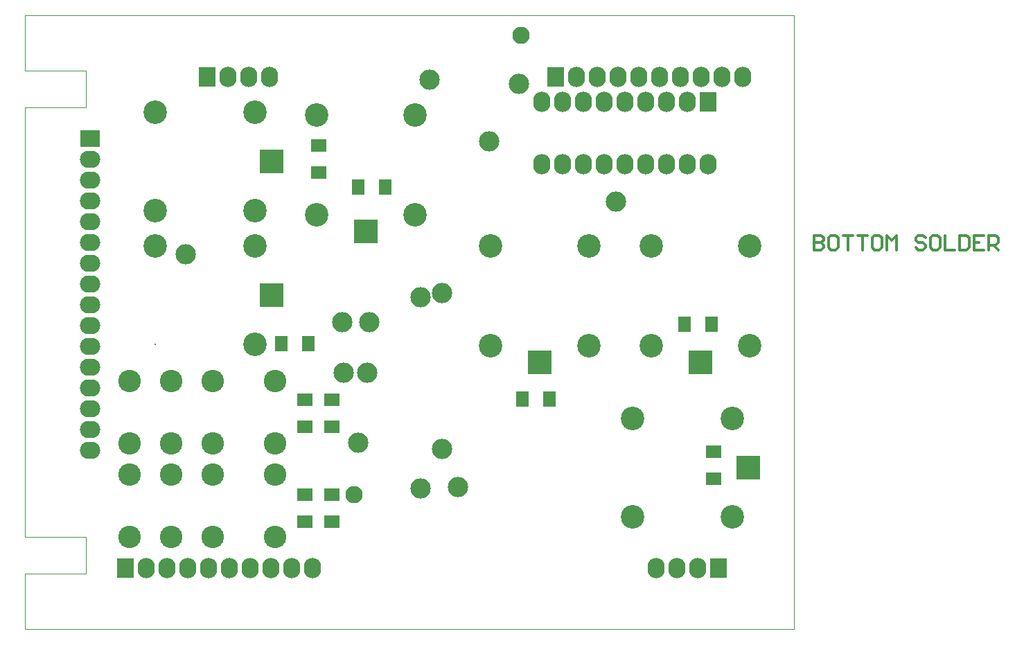
<source format=gbs>
%FSLAX25Y25*%
%MOIN*%
G70*
G01*
G75*
G04 Layer_Color=16711935*
%ADD10C,0.03200*%
%ADD11C,0.02400*%
%ADD12R,0.06693X0.06693*%
%ADD13R,0.06693X0.06693*%
%ADD14C,0.00400*%
%ADD15C,0.01200*%
%ADD16R,0.07500X0.09000*%
%ADD17O,0.07500X0.09000*%
%ADD18O,0.07500X0.09000*%
%ADD19R,0.07500X0.09000*%
%ADD20O,0.09000X0.07500*%
%ADD21R,0.09000X0.07500*%
%ADD22R,0.10500X0.10500*%
%ADD23C,0.10500*%
%ADD24R,0.10500X0.10500*%
%ADD25C,0.10000*%
%ADD26C,0.09000*%
%ADD27C,0.07500*%
%ADD28C,0.06000*%
%ADD29C,0.04000*%
%ADD30R,0.06693X0.05118*%
%ADD31R,0.05118X0.06693*%
%ADD32C,0.01400*%
%ADD33C,0.00600*%
%ADD34C,0.00800*%
%ADD35C,0.00787*%
%ADD36C,0.01600*%
%ADD37C,0.01000*%
%ADD38R,0.07493X0.07493*%
%ADD39R,0.07493X0.07493*%
%ADD40R,0.08300X0.09800*%
%ADD41O,0.08300X0.09800*%
%ADD42O,0.08300X0.09800*%
%ADD43R,0.08300X0.09800*%
%ADD44O,0.09800X0.08300*%
%ADD45R,0.09800X0.08300*%
%ADD46R,0.11300X0.11300*%
%ADD47C,0.11300*%
%ADD48C,0.00800*%
%ADD49R,0.11300X0.11300*%
%ADD50C,0.10800*%
%ADD51C,0.09800*%
%ADD52C,0.08300*%
%ADD53R,0.07493X0.05918*%
%ADD54R,0.05918X0.07493*%
D14*
X393701Y393701D02*
Y420276D01*
X423228D01*
Y437992D01*
X393701D02*
X423228D01*
X393701D02*
Y644685D01*
X423228D01*
Y662402D01*
X393701D02*
X423228D01*
X393701D02*
Y688976D01*
X393701Y688976D01*
X763779D01*
X763779Y688976D01*
Y393701D02*
Y688976D01*
X393701Y393701D02*
X763779D01*
D15*
X773404Y583271D02*
Y576273D01*
X776903D01*
X778069Y577439D01*
Y578606D01*
X776903Y579772D01*
X773404D01*
X776903D01*
X778069Y580938D01*
Y582105D01*
X776903Y583271D01*
X773404D01*
X783901D02*
X781568D01*
X780402Y582105D01*
Y577439D01*
X781568Y576273D01*
X783901D01*
X785067Y577439D01*
Y582105D01*
X783901Y583271D01*
X787399D02*
X792065D01*
X789732D01*
Y576273D01*
X794397Y583271D02*
X799062D01*
X796730D01*
Y576273D01*
X804894Y583271D02*
X802561D01*
X801395Y582105D01*
Y577439D01*
X802561Y576273D01*
X804894D01*
X806060Y577439D01*
Y582105D01*
X804894Y583271D01*
X808393Y576273D02*
Y583271D01*
X810725Y580938D01*
X813058Y583271D01*
Y576273D01*
X827053Y582105D02*
X825887Y583271D01*
X823554D01*
X822388Y582105D01*
Y580938D01*
X823554Y579772D01*
X825887D01*
X827053Y578606D01*
Y577439D01*
X825887Y576273D01*
X823554D01*
X822388Y577439D01*
X832885Y583271D02*
X830552D01*
X829386Y582105D01*
Y577439D01*
X830552Y576273D01*
X832885D01*
X834051Y577439D01*
Y582105D01*
X832885Y583271D01*
X836384D02*
Y576273D01*
X841049D01*
X843381Y583271D02*
Y576273D01*
X846880D01*
X848046Y577439D01*
Y582105D01*
X846880Y583271D01*
X843381D01*
X855044D02*
X850379D01*
Y576273D01*
X855044D01*
X850379Y579772D02*
X852712D01*
X857377Y576273D02*
Y583271D01*
X860876D01*
X862042Y582105D01*
Y579772D01*
X860876Y578606D01*
X857377D01*
X859709D02*
X862042Y576273D01*
D40*
X722500Y647500D02*
D03*
D41*
X712500D02*
D03*
X702500D02*
D03*
X692500D02*
D03*
X682500D02*
D03*
X672500D02*
D03*
X662500D02*
D03*
X652500D02*
D03*
X642500D02*
D03*
X722500Y617500D02*
D03*
X712500D02*
D03*
X702500D02*
D03*
X692500D02*
D03*
X682500D02*
D03*
X672500D02*
D03*
X662500D02*
D03*
X652500D02*
D03*
X642500D02*
D03*
D42*
X511339Y659449D02*
D03*
X501339D02*
D03*
X491339D02*
D03*
X697323Y423228D02*
D03*
X707323D02*
D03*
X717323D02*
D03*
X658976Y659449D02*
D03*
X678976D02*
D03*
X688976D02*
D03*
X698976D02*
D03*
X708976D02*
D03*
X718976D02*
D03*
X728976D02*
D03*
X738976D02*
D03*
X668976D02*
D03*
X452205Y423228D02*
D03*
X472205D02*
D03*
X482205D02*
D03*
X492205D02*
D03*
X502205D02*
D03*
X512205D02*
D03*
X522205D02*
D03*
X532205D02*
D03*
X462205D02*
D03*
D43*
X481339Y659449D02*
D03*
X727323Y423228D02*
D03*
X648976Y659449D02*
D03*
X442205Y423228D02*
D03*
D44*
X425197Y479921D02*
D03*
Y489921D02*
D03*
Y499921D02*
D03*
Y509921D02*
D03*
Y519921D02*
D03*
Y529921D02*
D03*
Y539921D02*
D03*
Y549921D02*
D03*
Y559921D02*
D03*
Y569921D02*
D03*
Y579921D02*
D03*
Y589921D02*
D03*
Y599921D02*
D03*
Y609921D02*
D03*
Y619921D02*
D03*
D45*
Y629921D02*
D03*
D46*
X741874Y471378D02*
D03*
X512374Y618878D02*
D03*
Y554378D02*
D03*
D47*
X734000Y495000D02*
D03*
Y447756D02*
D03*
X685968D02*
D03*
Y495000D02*
D03*
X456468Y642500D02*
D03*
Y595256D02*
D03*
X504500D02*
D03*
Y642500D02*
D03*
X456468Y578000D02*
D03*
X504500Y530756D02*
D03*
Y578000D02*
D03*
X742500Y578031D02*
D03*
X695256D02*
D03*
Y530000D02*
D03*
X742500D02*
D03*
X581500Y593000D02*
D03*
X534256D02*
D03*
Y641032D02*
D03*
X581500D02*
D03*
X665000Y578031D02*
D03*
X617756D02*
D03*
Y530000D02*
D03*
X665000D02*
D03*
D48*
X456468Y530756D02*
D03*
D49*
X718878Y522126D02*
D03*
X557878Y585126D02*
D03*
X641378Y522126D02*
D03*
D50*
X444000Y468000D02*
D03*
Y438000D02*
D03*
X464000D02*
D03*
Y468000D02*
D03*
X484000D02*
D03*
Y438000D02*
D03*
X514000Y468000D02*
D03*
Y438000D02*
D03*
X444000Y513000D02*
D03*
Y483000D02*
D03*
X464000D02*
D03*
Y513000D02*
D03*
X484000D02*
D03*
Y483000D02*
D03*
X514000Y513000D02*
D03*
Y483000D02*
D03*
D51*
X554000Y483500D02*
D03*
X559500Y541500D02*
D03*
X558500Y517000D02*
D03*
X471000Y574000D02*
D03*
X602000Y462000D02*
D03*
X584000Y461500D02*
D03*
Y553500D02*
D03*
X617000Y628500D02*
D03*
X588500Y658000D02*
D03*
X678000Y599500D02*
D03*
X594500Y555500D02*
D03*
X547000Y517000D02*
D03*
X546500Y541500D02*
D03*
X594500Y480500D02*
D03*
X631500Y656000D02*
D03*
D52*
X551996Y458496D02*
D03*
X632500Y679500D02*
D03*
D53*
X541500Y491004D02*
D03*
Y503996D02*
D03*
Y445504D02*
D03*
Y458496D02*
D03*
X528500Y445504D02*
D03*
Y458496D02*
D03*
Y491004D02*
D03*
Y503996D02*
D03*
X535000Y626496D02*
D03*
Y613504D02*
D03*
X725000Y478996D02*
D03*
Y466004D02*
D03*
D54*
X633004Y504500D02*
D03*
X645996D02*
D03*
X566996Y606500D02*
D03*
X554004D02*
D03*
X517004Y531000D02*
D03*
X529996D02*
D03*
X723996Y540500D02*
D03*
X711004D02*
D03*
M02*

</source>
